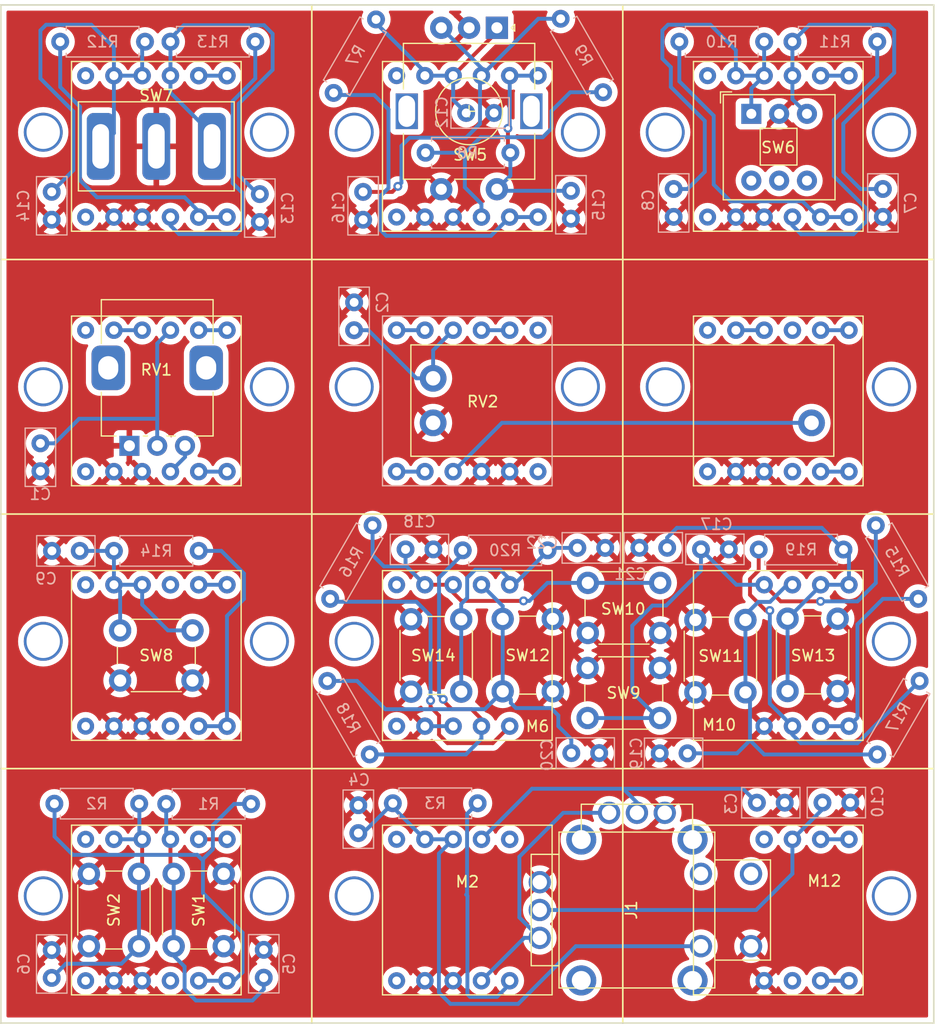
<source format=kicad_pcb>
(kicad_pcb (version 20211014) (generator pcbnew)
  (layers (0 "F.Cu" signal) (31 "B.Cu" signal) (34 "B.Paste" user) (35 "F.Paste" user) (36 "B.SilkS" user "B.Silkscreen") (37 "F.SilkS" user "F.Silkscreen") (38 "B.Mask" user) (39 "F.Mask" user) (44 "Edge.Cuts" user))
  (net 0 "")
  (net 1 "unconnected-(M1-Pad3)")
  (net 2 "unconnected-(M1-Pad4)")
  (net 4 "unconnected-(M5-Pad3)")
  (net 5 "unconnected-(M5-Pad4)")
  (net 6 "GND")
  (net 7 "unconnected-(M8-Pad6)")
  (net 9 "unconnected-(M9-Pad3)")
  (net 10 "unconnected-(M9-Pad4)")
  (net 12 "unconnected-(M9-Pad6)")
  (net 15 "unconnected-(M11-Pad6)")
  (net 16 "Net-(M3-Pad3)")
  (net 17 "Net-(C1-Pad1)")
  (net 18 "Net-(C2-Pad2)")
  (net 19 "unconnected-(M1-Pad6)")
  (net 22 "Net-(M1-Pad2)")
  (net 23 "unconnected-(M3-Pad6)")
  (net 28 "unconnected-(M5-Pad6)")
  (net 33 "unconnected-(M7-Pad6)")
  (net 42 "Net-(C5-Pad2)")
  (net 43 "Net-(M4-Pad2)")
  (net 44 "Net-(M4-Pad3)")
  (net 45 "Net-(C6-Pad2)")
  (net 46 "Net-(C7-Pad2)")
  (net 47 "Net-(M8-Pad2)")
  (net 48 "Net-(M8-Pad3)")
  (net 49 "Net-(C8-Pad2)")
  (net 50 "Net-(C9-Pad2)")
  (net 51 "Net-(M5-Pad2)")
  (net 52 "Net-(M7-Pad2)")
  (net 53 "Net-(M7-Pad3)")
  (net 54 "Net-(C12-Pad2)")
  (net 55 "Net-(M11-Pad3)")
  (net 56 "Net-(C13-Pad2)")
  (net 57 "Net-(C14-Pad2)")
  (net 58 "Net-(C15-Pad2)")
  (net 59 "Net-(C16-Pad2)")
  (net 60 "Net-(C17-Pad2)")
  (net 61 "Net-(C18-Pad2)")
  (net 62 "Net-(C19-Pad1)")
  (net 63 "Net-(C20-Pad1)")
  (net 64 "Net-(C21-Pad1)")
  (net 65 "Net-(C22-Pad1)")
  (net 66 "Net-(M6-Pad2)")
  (net 67 "Net-(M6-Pad3)")
  (net 68 "Net-(M10-Pad2)")
  (net 69 "Net-(M10-Pad3)")
  (net 73 "unconnected-(M12-Pad3)")
  (net 75 "unconnected-(M12-Pad6)")
  (net 78 "Net-(J1-Pad2)")
  (net 79 "Net-(M12-Pad5)")
  (net 80 "Net-(J1-Pad3)")
  (net 81 "Net-(R3-Pad1)")
  (net 82 "Net-(J1-PadA1)")
  (footprint "Button_Switch_THT:SW_PUSH_6mm" (layer "F.Cu") (at 148.14 109.74 180)
    (fp_text reference "SW10")
    (fp_text value "6mm ")
  )
  (footprint "Button_Switch_THT:SW_PUSH_6mm" (layer "F.Cu") (at 141.62 112.88)
    (fp_text reference "SW9")
    (fp_text value "6mm ")
  )
  (footprint "Rotary_Encoder:RotaryEncoder_Alps_EC11E-Switch_Vertical_H20mm" (layer "F.Cu") (at 133.47 55.39 -90)
    (fp_text reference "SW5")
    (fp_text value "ALPS EC11")
  )
  (footprint "Button_Switch_THT:SW_PUSH_6mm" (layer "F.Cu") (at 96.81 137.87 90)
    (fp_text reference "SW2")
    (fp_text value "6mm ")
  )
  (footprint "HIDControls:RightPartModulePlug" (layer "F.Cu") (at 158.75 110.49)
    (fp_text reference "M10")
    (fp_text value "ModulePlug")
  )
  (footprint "Button_Switch_THT:SW_PUSH_6mm" (layer "F.Cu") (at 108.93 131.37 -90)
    (fp_text reference "SW1")
    (fp_text value "6mm")
  )
  (footprint "Button_Switch_THT:SW_PUSH_6mm" (layer "F.Cu") (at 151.3 115.07 90)
    (fp_text reference "SW11")
    (fp_text value "6mm ")
  )
  (footprint "HIDControls:ModulePlug" (layer "F.Cu") (at 102.87 64.77)
    (fp_text reference "M7" hide)
    (fp_text value "ModulePlug")
  )
  (footprint "HIDControls:ModulePlug" (layer "F.Cu") (at 130.81 64.77)
    (fp_text reference "M4" hide)
    (fp_text value "ModulePlug")
  )
  (footprint "HIDControls:ModulePlug" (layer "F.Cu") (at 158.75 64.77)
    (fp_text reference "M8" hide)
    (fp_text value "ModulePlug")
  )
  (footprint "HIDControls:LeftPartModulePlug" (layer "F.Cu") (at 130.81 110.49)
    (fp_text reference "M6")
    (fp_text value "ModulePlug")
  )
  (footprint "HIDControls:RightPartModulePlug" (layer "F.Cu") (at 158.75 133.35)
    (fp_text reference "M12")
    (fp_text value "ModulePlug")
  )
  (footprint "Button_Switch_THT:SW_PUSH_6mm" (layer "F.Cu") (at 106.12 114.01 180)
    (fp_text reference "SW8")
    (fp_text value "6mm ")
  )
  (footprint "HIDControls:ModulePlug" (layer "F.Cu") (at 102.87 110.49)
    (fp_text reference "M11" hide)
    (fp_text value "ModulePlug")
  )
  (footprint "Button_Switch_THT:SW_Push_2P2T_Toggle_CK_PVA2xxH1xxxxxxV2" (layer "F.Cu") (at 156.3275 63.1175)
    (fp_text reference "SW6")
    (fp_text value "8x8 SWITCH")
  )
  (footprint "HIDControls:ModulePlug" (layer "F.Cu") (at 102.87 133.35)
    (fp_text reference "M3" hide)
    (fp_text value "ModulePlug")
  )
  (footprint "HIDControls:LeftPartModulePlug" (layer "F.Cu") (at 130.81 133.35)
    (fp_text reference "M2")
    (fp_text value "ModulePlug")
  )
  (footprint "HIDControls:ModulePlug" (layer "F.Cu") (at 158.75 87.63)
    (fp_text reference "M9" hide)
    (fp_text value "ModulePlug")
  )
  (footprint "HIDControls:ModulePlug" (layer "F.Cu") (at 102.87 87.63)
    (fp_text reference "M1" hide)
    (fp_text value "ModulePlug")
  )
  (footprint "HIDControls:AnalogJoystick" (layer "F.Cu") (at 146.05 134.62 90)
    (fp_text reference "J1")
    (fp_text value "AnalogJoystick")
  )
  (footprint "HIDPanel:Linear-Pot-2031N" (layer "F.Cu") (at 127.74 90.87)
    (fp_text reference "RV2")
    (fp_text value "2031N ")
  )
  (footprint "HIDPanel:5mmSPDTtoggle" (layer "F.Cu") (at 102.87 66.04)
    (fp_text reference "SW7")
    (fp_text value "5mm TOGGLE, SS12D10")
  )
  (footprint "Button_Switch_THT:SW_PUSH_6mm" (layer "F.Cu") (at 164.084 108.458 -90)
    (fp_text reference "SW13")
    (fp_text value "6mm ")
  )
  (footprint "Button_Switch_THT:SW_PUSH_6mm" (layer "F.Cu") (at 125.766 115.01 90)
    (fp_text reference "SW14")
    (fp_text value "6mm ")
  )
  (footprint "Button_Switch_THT:SW_PUSH_6mm" (layer "F.Cu") (at 138.49 108.48 -90)
    (fp_text reference "SW12")
    (fp_text value "6mm ")
  )
  (footprint "Potentiometer_THT:Potentiometer_Alps_RK09K_Single_Vertical" (layer "F.Cu") (at 100.45 92.93 90)
    (fp_text reference "RV1")
    (fp_text value "ALPS RK09K")
  )
  (footprint "Capacitor_THT:C_Disc_D5.0mm_W2.5mm_P2.50mm" (layer "B.Cu") (at 121.45 72.63 90)
    (fp_text reference "C16")
    (fp_text value "100 nF")
  )
  (footprint "Resistor_THT:R_Axial_DIN0207_L6.3mm_D2.5mm_P7.62mm_Horizontal" (layer "B.Cu") (at 157.48 56.642 180)
    (fp_text reference "R10")
    (fp_text value "10k")
  )
  (footprint "Resistor_THT:R_Axial_DIN0207_L6.3mm_D2.5mm_P7.62mm_Horizontal" (layer "B.Cu") (at 103.759 125.095)
    (fp_text reference "R1")
    (fp_text value "10k")
  )
  (footprint "Capacitor_THT:C_Disc_D5.0mm_W2.5mm_P2.50mm" (layer "B.Cu") (at 127.762 102.235 180)
    (fp_text reference "C18")
    (fp_text value "100 nF")
  )
  (footprint "Resistor_THT:R_Axial_DIN0207_L6.3mm_D2.5mm_P7.62mm_Horizontal" (layer "B.Cu") (at 167.64 120.65 60)
    (fp_text reference "R17")
    (fp_text value "10k")
  )
  (footprint "Capacitor_THT:C_Disc_D5.0mm_W2.5mm_P2.50mm" (layer "B.Cu") (at 156.83 124.98)
    (fp_text reference "C3")
    (fp_text value "100 nF")
  )
  (footprint "Resistor_THT:R_Axial_DIN0207_L6.3mm_D2.5mm_P7.62mm_Horizontal" (layer "B.Cu") (at 101.854 56.642 180)
    (fp_text reference "R12")
    (fp_text value "10k")
  )
  (footprint "Resistor_THT:R_Axial_DIN0207_L6.3mm_D2.5mm_P7.62mm_Horizontal" (layer "B.Cu") (at 171.323 106.677557 120)
    (fp_text reference "R15")
    (fp_text value "10k")
  )
  (footprint "Capacitor_THT:C_Disc_D5.0mm_W2.5mm_P2.50mm" (layer "B.Cu") (at 140.12 72.53 90)
    (fp_text reference "C15")
    (fp_text value "100 nF")
  )
  (footprint "Capacitor_THT:C_Disc_D5.0mm_W2.5mm_P2.50mm" (layer "B.Cu") (at 93.492 102.368)
    (fp_text reference "C9")
    (fp_text value "100 nF")
  )
  (footprint "Capacitor_THT:C_Disc_D5.0mm_W2.5mm_P2.50mm" (layer "B.Cu") (at 133.21 63.04 180)
    (fp_text reference "C12")
    (fp_text value "100 nF")
  )
  (footprint "Resistor_THT:R_Axial_DIN0207_L6.3mm_D2.5mm_P7.62mm_Horizontal" (layer "B.Cu") (at 131.74 125.03 180)
    (fp_text reference "R3")
    (fp_text value "10k")
  )
  (footprint "Resistor_THT:R_Axial_DIN0207_L6.3mm_D2.5mm_P7.62mm_Horizontal" (layer "B.Cu") (at 118.237 114.048444 -60)
    (fp_text reference "R18")
    (fp_text value "10k")
  )
  (footprint "Resistor_THT:R_Axial_DIN0207_L6.3mm_D2.5mm_P7.62mm_Horizontal" (layer "B.Cu") (at 101.33 125.07 180)
    (fp_text reference "R2")
    (fp_text value "10k")
  )
  (footprint "Capacitor_THT:C_Disc_D5.0mm_W2.5mm_P2.50mm" (layer "B.Cu") (at 121.02 125.21 -90)
    (fp_text reference "C4")
    (fp_text value "100 nF")
  )
  (footprint "Resistor_THT:R_Axial_DIN0207_L6.3mm_D2.5mm_P7.62mm_Horizontal" (layer "B.Cu") (at 139.2 54.58 -60)
    (fp_text reference "R9")
    (fp_text value "10k")
  )
  (footprint "Resistor_THT:R_Axial_DIN0207_L6.3mm_D2.5mm_P7.62mm_Horizontal" (layer "B.Cu") (at 118.491 106.677557 60)
    (fp_text reference "R16")
    (fp_text value "10k")
  )
  (footprint "Resistor_THT:R_Axial_DIN0207_L6.3mm_D2.5mm_P7.62mm_Horizontal" (layer "B.Cu") (at 134.68 66.61 180)
    (fp_text reference "R8")
    (fp_text value "10k")
  )
  (footprint "Capacitor_THT:C_Disc_D5.0mm_W2.5mm_P2.50mm" (layer "B.Cu") (at 140.1572 120.523)
    (fp_text reference "C20")
    (fp_text value "100 nF")
  )
  (footprint "Capacitor_THT:C_Disc_D5.0mm_W2.5mm_P2.50mm" (layer "B.Cu") (at 92.456 92.71 -90)
    (fp_text reference "C1")
    (fp_text value "100 nF")
  )
  (footprint "Capacitor_THT:C_Disc_D5.0mm_W2.5mm_P2.50mm" (layer "B.Cu") (at 140.7 102.1)
    (fp_text reference "C22")
    (fp_text value "100 nF")
  )
  (footprint "Capacitor_THT:C_Disc_D5.0mm_W2.5mm_P2.50mm" (layer "B.Cu") (at 112.17 72.83 90)
    (fp_text reference "C13")
    (fp_text value "100 nF")
  )
  (footprint "Capacitor_THT:C_Disc_D5.0mm_W2.5mm_P2.50mm" (layer "B.Cu") (at 112.522 138.196 -90)
    (fp_text reference "C5")
    (fp_text value "100 nF")
  )
  (footprint "Resistor_THT:R_Axial_DIN0207_L6.3mm_D2.5mm_P7.62mm_Horizontal" (layer "B.Cu") (at 104.14 56.642)
    (fp_text reference "R13")
    (fp_text value "10k")
  )
  (footprint "Capacitor_THT:C_Disc_D5.0mm_W2.5mm_P2.50mm" (layer "B.Cu") (at 168.148 72.37 90)
    (fp_text reference "C7")
    (fp_text value "100 nF")
  )
  (footprint "Capacitor_THT:C_Disc_D5.0mm_W2.5mm_P2.50mm" (layer "B.Cu") (at 154.305 102.23 180)
    (fp_text reference "C17")
    (fp_text value "100 nF")
  )
  (footprint "Capacitor_THT:C_Disc_D5.0mm_W2.5mm_P2.50mm" (layer "B.Cu") (at 148.77 102.09 180)
    (fp_text reference "C21")
    (fp_text value "100 nF")
  )
  (footprint "Resistor_THT:R_Axial_DIN0207_L6.3mm_D2.5mm_P7.62mm_Horizontal" (layer "B.Cu") (at 122.61 54.64 -120)
    (fp_text reference "R7")
    (fp_text value "10k")
  )
  (footprint "Capacitor_THT:C_Disc_D5.0mm_W2.5mm_P2.50mm" (layer "B.Cu") (at 150.5966 120.5484 180)
    (fp_text reference "C19")
    (fp_text value "100 nF")
  )
  (footprint "Capacitor_THT:C_Disc_D5.0mm_W2.5mm_P2.50mm" (layer "B.Cu") (at 165.22 124.97 180)
    (fp_text reference "C10")
    (fp_text value "100 nF")
  )
  (footprint "Resistor_THT:R_Axial_DIN0207_L6.3mm_D2.5mm_P7.62mm_Horizontal" (layer "B.Cu") (at 138.02 102.32 180)
    (fp_text reference "R20")
    (fp_text value "10k")
  )
  (footprint "Capacitor_THT:C_Disc_D5.0mm_W2.5mm_P2.50mm" (layer "B.Cu") (at 149.352 72.37 90)
    (fp_text reference "C8")
    (fp_text value "100 nF")
  )
  (footprint "Capacitor_THT:C_Disc_D5.0mm_W2.5mm_P2.50mm" (layer "B.Cu") (at 93.472 72.624 90)
    (fp_text reference "C14")
    (fp_text value "100 nF")
  )
  (footprint "Capacitor_THT:C_Disc_D5.0mm_W2.5mm_P2.50mm" (layer "B.Cu") (at 93.472 138.216 -90)
    (fp_text reference "C6")
    (fp_text value "100 nF")
  )
  (footprint "Capacitor_THT:C_Disc_D5.0mm_W2.5mm_P2.50mm" (layer "B.Cu") (at 120.64 80.05 -90)
    (fp_text reference "C2")
    (fp_text value "100 nF")
  )
  (footprint "Resistor_THT:R_Axial_DIN0207_L6.3mm_D2.5mm_P7.62mm_Horizontal" (layer "B.Cu") (at 164.61 102.25 180)
    (fp_text reference "R19")
    (fp_text value "10k")
  )
  (footprint "Resistor_THT:R_Axial_DIN0207_L6.3mm_D2.5mm_P7.62mm_Horizontal" (layer "B.Cu") (at 160.02 56.642)
    (fp_text reference "R11")
    (fp_text value "10k")
  )
  (footprint "Resistor_THT:R_Axial_DIN0207_L6.3mm_D2.5mm_P7.62mm_Horizontal" (layer "B.Cu") (at 99.06 102.368)
    (fp_text reference "R14")
    (fp_text value "10k")
  )
  (footprint "HIDControls:ModulePlug" (layer "B.Cu") (at 130.81 87.63 180)
    (fp_text reference "M5" hide)
    (fp_text value "ModulePlug")
  )
  (gr_line (start 172.72 121.92) (end 88.9 121.92) (layer "F.SilkS") (width 0.15))
  (gr_line (start 172.72 76.2) (end 88.9 76.2) (layer "F.SilkS") (width 0.15))
  (gr_line (start 172.72 144.78) (end 88.9 144.78) (layer "F.SilkS") (width 0.15))
  (gr_line (start 88.9 144.78) (end 88.9 53.34) (layer "F.SilkS") (width 0.15))
  (gr_line (start 116.84 144.78) (end 116.84 53.34) (layer "F.SilkS") (width 0.15))
  (gr_line (start 172.72 99.06) (end 88.9 99.06) (layer "F.SilkS") (width 0.15))
  (gr_line (start 172.72 53.34) (end 88.9 53.34) (layer "F.SilkS") (width 0.15))
  (gr_line (start 144.78 144.78) (end 144.78 53.34) (layer "F.SilkS") (width 0.15))
  (gr_line (start 172.72 144.78) (end 172.72 53.34) (layer "F.SilkS") (width 0.15))
  (gr_line (start 172.72 144.78) (end 88.9 144.78) (layer "Edge.Cuts") (width 0.1))
  (gr_line (start 88.9 53.34) (end 172.72 53.34) (layer "Edge.Cuts") (width 0.1))
  (gr_line (start 88.9 144.78) (end 88.9 53.34) (layer "Edge.Cuts") (width 0.1))
  (gr_line (start 172.72 53.34) (end 172.72 144.78) (layer "Edge.Cuts") (width 0.1))
  (segment (start 109.22 95.25) (end 106.68 95.25) (width 0.35) (layer "B.Cu") (net 1))
  (segment (start 101.6 82.55) (end 99.06 82.55) (width 0.35) (layer "B.Cu") (net 2))
  (segment (start 127 95.25) (end 124.46 95.25) (width 0.35) (layer "B.Cu") (net 4))
  (segment (start 134.62 82.55) (end 132.08 82.55) (width 0.35) (layer "B.Cu") (net 5))
  (segment (start 129.54 118.11) (end 127 118.11) (width 0.35) (layer "B.Cu") (net 6))
  (segment (start 165.1 59.69) (end 162.56 59.69) (width 0.35) (layer "B.Cu") (net 7))
  (segment (start 165.1 95.25) (end 162.56 95.25) (width 0.35) (layer "B.Cu") (net 9))
  (segment (start 157.48 82.55) (end 154.94 82.55) (width 0.35) (layer "B.Cu") (net 10))
  (segment (start 165.1 82.55) (end 162.56 82.55) (width 0.35) (layer "B.Cu") (net 12))
  (segment (start 109.22 105.41) (end 106.68 105.41) (width 0.35) (layer "B.Cu") (net 15))
  (segment (start 107.061 130.048) (end 107.95 129.159) (width 0.35) (layer "B.Cu") (net 16))
  (segment (start 109.22 140.97) (end 106.68 140.97) (width 0.35) (layer "B.Cu") (net 16))
  (segment (start 107.061 130.175) (end 106.553 129.667) (width 0.35) (layer "B.Cu") (net 16))
  (segment (start 107.95 127) (end 109.855 125.095) (width 0.35) (layer "B.Cu") (net 16))
  (segment (start 107.061 133.096) (end 107.061 130.175) (width 0.35) (layer "B.Cu") (net 16))
  (segment (start 93.726 128.016) (end 93.726 125.095) (width 0.35) (layer "B.Cu") (net 16))
  (segment (start 95.377 129.667) (end 93.726 128.016) (width 0.35) (layer "B.Cu") (net 16))
  (segment (start 109.855 125.095) (end 111.379 125.095) (width 0.35) (layer "B.Cu") (net 16))
  (segment (start 109.22 140.97) (end 109.855 140.97) (width 0.35) (layer "B.Cu") (net 16))
  (segment (start 110.617 140.208) (end 110.617 136.652) (width 0.35) (layer "B.Cu") (net 16))
  (segment (start 106.553 129.667) (end 95.377 129.667) (width 0.35) (layer "B.Cu") (net 16))
  (segment (start 110.617 136.652) (end 107.061 133.096) (width 0.35) (layer "B.Cu") (net 16))
  (segment (start 109.855 140.97) (end 110.617 140.208) (width 0.35) (layer "B.Cu") (net 16))
  (segment (start 107.95 129.159) (end 107.95 127) (width 0.35) (layer "B.Cu") (net 16))
  (segment (start 107.061 130.175) (end 107.061 130.048) (width 0.35) (layer "B.Cu") (net 16))
  (segment (start 95.932 90.504) (end 102.95 90.504) (width 0.35) (layer "B.Cu") (net 17))
  (segment (start 93.726 92.71) (end 95.932 90.504) (width 0.35) (layer "B.Cu") (net 17))
  (segment (start 102.95 92.93) (end 102.95 90.504) (width 0.35) (layer "B.Cu") (net 17))
  (segment (start 102.95 90.504) (end 102.95 83.74) (width 0.35) (layer "B.Cu") (net 17))
  (segment (start 92.456 92.71) (end 93.726 92.71) (width 0.35) (layer "B.Cu") (net 17))
  (segment (start 102.95 83.74) (end 104.14 82.55) (width 0.35) (layer "B.Cu") (net 17))
  (segment (start 126.24 86.87) (end 127.74 86.87) (width 0.35) (layer "B.Cu") (net 18))
  (segment (start 121.92 82.55) (end 126.24 86.87) (width 0.35) (layer "B.Cu") (net 18))
  (segment (start 120.64 82.55) (end 121.92 82.55) (width 0.35) (layer "B.Cu") (net 18))
  (segment (start 127.74 86.87) (end 127.74 84.35) (width 0.35) (layer "B.Cu") (net 18))
  (segment (start 127.74 84.35) (end 129.54 82.55) (width 0.35) (layer "B.Cu") (net 18))
  (segment (start 109.22 82.55) (end 106.68 82.55) (width 0.35) (layer "B.Cu") (net 19))
  (segment (start 105.45 93.94) (end 104.14 95.25) (width 0.35) (layer "B.Cu") (net 22))
  (segment (start 105.45 92.93) (end 105.45 93.94) (width 0.35) (layer "B.Cu") (net 22))
  (segment (start 109.22 128.27) (end 106.68 128.27) (width 0.35) (layer "F.Cu") (net 23))
  (segment (start 127 82.55) (end 124.46 82.55) (width 0.35) (layer "B.Cu") (net 28))
  (segment (start 109.22 59.69) (end 106.68 59.69) (width 0.35) (layer "B.Cu") (net 33))
  (segment (start 104.14 131.08) (end 104.43 131.37) (width 0.35) (layer "F.Cu") (net 42))
  (segment (start 104.14 128.27) (end 104.14 131.08) (width 0.35) (layer "F.Cu") (net 42))
  (segment (start 104.43 131.37) (end 104.43 137.87) (width 0.35) (layer "B.Cu") (net 42))
  (segment (start 112.522 141.732) (end 112.522 140.696) (width 0.35) (layer "B.Cu") (net 42))
  (segment (start 104.43 138.72) (end 105.41 139.7) (width 0.35) (layer "B.Cu") (net 42))
  (segment (start 111.506 142.748) (end 112.522 141.732) (width 0.35) (layer "B.Cu") (net 42))
  (segment (start 104.43 137.87) (end 104.43 138.72) (width 0.35) (layer "B.Cu") (net 42))
  (segment (start 103.759 125.095) (end 103.759 127.889) (width 0.35) (layer "B.Cu") (net 42))
  (segment (start 105.41 139.7) (end 105.41 141.732) (width 0.35) (layer "B.Cu") (net 42))
  (segment (start 103.759 127.889) (end 104.14 128.27) (width 0.35) (layer "B.Cu") (net 42))
  (segment (start 105.41 141.732) (end 106.426 142.748) (width 0.35) (layer "B.Cu") (net 42))
  (segment (start 106.426 142.748) (end 111.506 142.748) (width 0.35) (layer "B.Cu") (net 42))
  (segment (start 130.59 66.93) (end 130.44 66.78) (width 0.35) (layer "B.Cu") (net 43))
  (segment (start 132.08 72.39) (end 132.08 71.21) (width 0.35) (layer "B.Cu") (net 43))
  (segment (start 138.37 62.87) (end 138.37 64.44) (width 0.35) (layer "B.Cu") (net 43))
  (segment (start 137.59 65.22) (end 132 65.22) (width 0.35) (layer "B.Cu") (net 43))
  (segment (start 140.060886 61.179114) (end 138.37 62.87) (width 0.35) (layer "B.Cu") (net 43))
  (segment (start 130.44 66.78) (end 130.27 66.61) (width 0.35) (layer "B.Cu") (net 43))
  (segment (start 130.59 69.72) (end 130.59 66.93) (width 0.35) (layer "B.Cu") (net 43))
  (segment (start 130.27 66.61) (end 127.06 66.61) (width 0.35) (layer "B.Cu") (net 43))
  (segment (start 132 65.22) (end 130.44 66.78) (width 0.35) (layer "B.Cu") (net 43))
  (segment (start 132.08 71.21) (end 130.59 69.72) (width 0.35) (layer "B.Cu") (net 43))
  (segment (start 138.37 64.44) (end 137.59 65.22) (width 0.35) (layer "B.Cu") (net 43))
  (segment (start 143.01 61.179114) (end 140.060886 61.179114) (width 0.35) (layer "B.Cu") (net 43))
  (segment (start 123.73 69.78) (end 123 70.51) (width 0.35) (layer "B.Cu") (net 44))
  (segment (start 123 70.51) (end 123 73.54) (width 0.35) (layer "B.Cu") (net 44))
  (segment (start 118.8 61.239114) (end 118.99 61.429114) (width 0.35) (layer "B.Cu") (net 44))
  (segment (start 132.94 74.07) (end 134.62 72.39) (width 0.35) (layer "B.Cu") (net 44))
  (segment (start 122.439114 61.429114) (end 123.73 62.72) (width 0.35) (layer "B.Cu") (net 44))
  (segment (start 123 73.54) (end 123.53 74.07) (width 0.35) (layer "B.Cu") (net 44))
  (segment (start 123.53 74.07) (end 132.94 74.07) (width 0.35) (layer "B.Cu") (net 44))
  (segment (start 137.16 72.39) (end 134.62 72.39) (width 0.35) (layer "B.Cu") (net 44))
  (segment (start 118.99 61.429114) (end 122.439114 61.429114) (width 0.35) (layer "B.Cu") (net 44))
  (segment (start 123.73 62.72) (end 123.73 69.78) (width 0.35) (layer "B.Cu") (net 44))
  (segment (start 101.6 128.27) (end 101.6 131.08) (width 0.35) (layer "F.Cu") (net 45))
  (segment (start 101.6 131.08) (end 101.31 131.37) (width 0.35) (layer "F.Cu") (net 45))
  (segment (start 101.6 128.27) (end 99.06 128.27) (width 0.35) (layer "B.Cu") (net 45))
  (segment (start 101.31 131.37) (end 101.31 137.87) (width 0.35) (layer "B.Cu") (net 45))
  (segment (start 94.742 139.446) (end 93.472 140.716) (width 0.35) (layer "B.Cu") (net 45))
  (segment (start 101.346 128.016) (end 101.6 128.27) (width 0.35) (layer "B.Cu") (net 45))
  (segment (start 101.31 137.87) (end 99.734 139.446) (width 0.35) (layer "B.Cu") (net 45))
  (segment (start 99.734 139.446) (end 94.742 139.446) (width 0.35) (layer "B.Cu") (net 45))
  (segment (start 101.346 125.095) (end 101.346 128.016) (width 0.35) (layer "B.Cu") (net 45))
  (segment (start 168.656 55.118) (end 161.544 55.118) (width 0.35) (layer "B.Cu") (net 46))
  (segment (start 168.148 69.87) (end 166.136 69.87) (width 0.35) (layer "B.Cu") (net 46))
  (segment (start 161.544 55.118) (end 160.02 56.642) (width 0.35) (layer "B.Cu") (net 46))
  (segment (start 166.136 69.87) (end 164.592 68.326) (width 0.35) (layer "B.Cu") (net 46))
  (segment (start 169.164 59.436) (end 169.164 55.626) (width 0.35) (layer "B.Cu") (net 46))
  (segment (start 169.164 55.626) (end 168.656 55.118) (width 0.35) (layer "B.Cu") (net 46))
  (segment (start 160.02 59.69) (end 160.02 56.642) (width 0.35) (layer "B.Cu") (net 46))
  (segment (start 160.02 61.81) (end 161.3275 63.1175) (width 0.35) (layer "B.Cu") (net 46))
  (segment (start 164.592 64.008) (end 169.164 59.436) (width 0.35) (layer "B.Cu") (net 46))
  (segment (start 164.592 68.326) (end 164.592 64.008) (width 0.35) (layer "B.Cu") (net 46))
  (segment (start 160.02 59.69) (end 160.02 61.81) (width 0.35) (layer "B.Cu") (net 46))
  (segment (start 166.7 72.73) (end 166.7 71.67) (width 0.35) (layer "B.Cu") (net 47))
  (segment (start 160.8 73.93) (end 165.5 73.93) (width 0.35) (layer "B.Cu") (net 47))
  (segment (start 160.02 72.39) (end 160.02 73.15) (width 0.35) (layer "B.Cu") (net 47))
  (segment (start 165.5 73.93) (end 166.7 72.73) (width 0.35) (layer "B.Cu") (net 47))
  (segment (start 166.7 71.67) (end 163.74 68.71) (width 0.35) (layer "B.Cu") (net 47))
  (segment (start 160.02 73.15) (end 160.8 73.93) (width 0.35) (layer "B.Cu") (net 47))
  (segment (start 163.74 68.71) (end 163.74 63.66) (width 0.35) (layer "B.Cu") (net 47))
  (segment (start 163.74 63.66) (end 167.64 59.76) (width 0.35) (layer "B.Cu") (net 47))
  (segment (start 167.64 59.76) (end 167.64 56.642) (width 0.35) (layer "B.Cu") (net 47))
  (segment (start 160.93 70.97) (end 162.35 72.39) (width 0.35) (layer "B.Cu") (net 48))
  (segment (start 149.86 60.198) (end 149.86 56.642) (width 0.35) (layer "B.Cu") (net 48))
  (segment (start 165.1 72.39) (end 162.56 72.39) (width 0.35) (layer "B.Cu") (net 48))
  (segment (start 162.35 72.39) (end 162.56 72.39) (width 0.35) (layer "B.Cu") (net 48))
  (segment (start 152.95 69.47) (end 152.95 63.288) (width 0.35) (layer "B.Cu") (net 48))
  (segment (start 154.45 70.97) (end 160.93 70.97) (width 0.35) (layer "B.Cu") (net 48))
  (segment (start 152.95 63.288) (end 149.86 60.198) (width 0.35) (layer "B.Cu") (net 48))
  (segment (start 152.95 69.47) (end 154.45 70.97) (width 0.35) (layer "B.Cu") (net 48))
  (segment (start 156.3275 60.8425) (end 157.48 59.69) (width 0.35) (layer "B.Cu") (net 49))
  (segment (start 157.48 59.69) (end 154.94 59.69) (width 0.35) (layer "B.Cu") (net 49))
  (segment (start 149.098 60.706) (end 149.098 58.928) (width 0.35) (layer "B.Cu") (net 49))
  (segment (start 148.336 55.626) (end 148.844 55.118) (width 0.35) (layer "B.Cu") (net 49))
  (segment (start 154.94 57.404) (end 154.94 59.69) (width 0.35) (layer "B.Cu") (net 49))
  (segment (start 148.844 55.118) (end 152.654 55.118) (width 0.35) (layer "B.Cu") (net 49))
  (segment (start 148.336 58.166) (end 148.336 55.626) (width 0.35) (layer "B.Cu") (net 49))
  (segment (start 152.654 55.118) (end 154.94 57.404) (width 0.35) (layer "B.Cu") (net 49))
  (segment (start 149.352 69.87) (end 150.602 69.87) (width 0.35) (layer "B.Cu") (net 49))
  (segment (start 152.146 63.754) (end 149.098 60.706) (width 0.35) (layer "B.Cu") (net 49))
  (segment (start 152.146 68.326) (end 152.146 63.754) (width 0.35) (layer "B.Cu") (net 49))
  (segment (start 156.3275 63.1175) (end 156.3275 60.8425) (width 0.35) (layer "B.Cu") (net 49))
  (segment (start 149.098 58.928) (end 148.336 58.166) (width 0.35) (layer "B.Cu") (net 49))
  (segment (start 150.602 69.87) (end 152.146 68.326) (width 0.35) (layer "B.Cu") (net 49))
  (segment (start 157.48 59.69) (end 157.48 56.642) (width 0.35) (layer "B.Cu") (net 49))
  (segment (start 99.06 102.368) (end 99.06 105.41) (width 0.35) (layer "B.Cu") (net 50))
  (segment (start 101.6 105.41) (end 99.06 105.41) (width 0.35) (layer "B.Cu") (net 50))
  (segment (start 103.916 109.51) (end 106.12 109.51) (width 0.35) (layer "B.Cu") (net 50))
  (segment (start 101.6 105.41) (end 101.6 107.194) (width 0.35) (layer "B.Cu") (net 50))
  (segment (start 101.6 107.194) (end 103.916 109.51) (width 0.35) (layer "B.Cu") (net 50))
  (segment (start 99.06 102.368) (end 95.992 102.368) (width 0.35) (layer "B.Cu") (net 50))
  (segment (start 99.62 109.51) (end 99.62 105.97) (width 0.35) (layer "B.Cu") (net 50))
  (segment (start 99.62 105.97) (end 99.06 105.41) (width 0.35) (layer "B.Cu") (net 50))
  (segment (start 161.74 90.87) (end 133.92 90.87) (width 0.35) (layer "B.Cu") (net 51))
  (segment (start 133.92 90.87) (end 129.54 95.25) (width 0.35) (layer "B.Cu") (net 51))
  (segment (start 109.728 69.342) (end 110.66 70.274) (width 0.35) (layer "B.Cu") (net 52))
  (segment (start 111.76 56.642) (end 111.76 59.944) (width 0.35) (layer "B.Cu") (net 52))
  (segment (start 104.14 73.152) (end 104.14 72.39) (width 0.35) (layer "B.Cu") (net 52))
  (segment (start 110.66 70.274) (end 110.66 73.3) (width 0.35) (layer "B.Cu") (net 52))
  (segment (start 110.66 73.3) (end 110.046 73.914) (width 0.35) (layer "B.Cu") (net 52))
  (segment (start 110.046 73.914) (end 104.902 73.914) (width 0.35) (layer "B.Cu") (net 52))
  (segment (start 109.728 61.976) (end 109.728 69.342) (width 0.35) (layer "B.Cu") (net 52))
  (segment (start 104.902 73.914) (end 104.14 73.152) (width 0.35) (layer "B.Cu") (net 52))
  (segment (start 111.76 59.944) (end 109.728 61.976) (width 0.35) (layer "B.Cu") (net 52))
  (segment (start 94.234 60.706) (end 96.012 62.484) (width 0.35) (layer "B.Cu") (net 53))
  (segment (start 97.536 70.612) (end 105.41 70.612) (width 0.35) (layer "B.Cu") (net 53))
  (segment (start 105.41 70.612) (end 106.68 71.882) (width 0.35) (layer "B.Cu") (net 53))
  (segment (start 96.012 69.088) (end 97.536 70.612) (width 0.35) (layer "B.Cu") (net 53))
  (segment (start 96.012 62.484) (end 96.012 69.088) (width 0.35) (layer "B.Cu") (net 53))
  (segment (start 94.234 56.642) (end 94.234 60.706) (width 0.35) (layer "B.Cu") (net 53))
  (segment (start 106.68 71.882) (end 106.68 72.39) (width 0.35) (layer "B.Cu") (net 53))
  (segment (start 109.22 72.39) (end 106.68 72.39) (width 0.35) (layer "B.Cu") (net 53))
  (segment (start 133.47 55.76) (end 129.54 59.69) (width 0.35) (layer "F.Cu") (net 54))
  (segment (start 133.47 55.39) (end 133.47 55.76) (width 0.35) (layer "F.Cu") (net 54))
  (segment (start 129.54 61.87) (end 130.71 63.04) (width 0.35) (layer "B.Cu") (net 54))
  (segment (start 129.54 59.69) (end 129.54 61.87) (width 0.35) (layer "B.Cu") (net 54))
  (segment (start 122.61 54.64) (end 122.61 54.97) (width 0.35) (layer "B.Cu") (net 54))
  (segment (start 129.54 59.69) (end 127 59.69) (width 0.35) (layer "B.Cu") (net 54))
  (segment (start 122.61 54.97) (end 127 59.36) (width 0.35) (layer "B.Cu") (net 54))
  (segment (start 127 59.36) (end 127 59.69) (width 0.35) (layer "B.Cu") (net 54))
  (segment (start 110.744 106.686) (end 110.744 104.4) (width 0.35) (layer "B.Cu") (net 55))
  (segment (start 110.744 104.4) (end 108.712 102.368) (width 0.35) (layer "B.Cu") (net 55))
  (segment (start 109.22 118.11) (end 109.22 108.21) (width 0.35) (layer "B.Cu") (net 55))
  (segment (start 109.22 118.11) (end 106.68 118.11) (width 0.35) (layer "B.Cu") (net 55))
  (segment (start 109.22 108.21) (end 110.744 106.686) (width 0.35) (layer "B.Cu") (net 55))
  (segment (start 108.712 102.368) (end 106.68 102.368) (width 0.35) (layer "B.Cu") (net 55))
  (segment (start 112.55 55.16) (end 105.33 55.16) (width 0.35) (layer "B.Cu") (net 56))
  (segment (start 113.32 55.93) (end 112.55 55.16) (width 0.35) (layer "B.Cu") (net 56))
  (segment (start 111.99 70.33) (end 110.278 68.618) (width 0.35) (layer "B.Cu") (net 56))
  (segment (start 113.32 59.161818) (end 113.32 55.93) (width 0.35) (layer "B.Cu") (net 56))
  (segment (start 110.278 62.203818) (end 113.32 59.161818) (width 0.35) (layer "B.Cu") (net 56))
  (segment (start 105.33 55.16) (end 104.14 56.35) (width 0.35) (layer "B.Cu") (net 56))
  (segment (start 110.278 68.618) (end 110.278 62.203818) (width 0.35) (layer "B.Cu") (net 56))
  (segment (start 107.87 64.944) (end 107.87 66.04) (width 0.35) (layer "B.Cu") (net 56))
  (segment (start 104.14 56.642) (end 104.14 59.69) (width 0.35) (layer "B.Cu") (net 56))
  (segment (start 104.14 61.214) (end 107.87 64.944) (width 0.35) (layer "B.Cu") (net 56))
  (segment (start 104.14 56.35) (end 104.14 56.642) (width 0.35) (layer "B.Cu") (net 56))
  (segment (start 112.17 70.33) (end 111.99 70.33) (width 0.35) (layer "B.Cu") (net 56))
  (segment (start 104.14 59.69) (end 104.14 61.214) (width 0.35) (layer "B.Cu") (net 56))
  (segment (start 99.06 57.15) (end 99.06 59.69) (width 0.35) (layer "B.Cu") (net 57))
  (segment (start 101.6 59.69) (end 99.06 59.69) (width 0.35) (layer "B.Cu") (net 57))
  (segment (start 92.456 55.626) (end 92.964 55.118) (width 0.35) (layer "B.Cu") (net 57))
  (segment (start 99.06 59.69) (end 99.06 64.85) (width 0.35) (layer "B.Cu") (net 57))
  (segment (start 99.06 64.85) (end 97.87 66.04) (width 0.35) (layer "B.Cu") (net 57))
  (segment (start 95.41 68.186) (end 95.41 62.898) (width 0.35) (layer "B.Cu") (net 57))
  (segment (start 101.6 56.896) (end 101.854 56.642) (width 0.35) (layer "B.Cu") (net 57))
  (segment (start 93.472 70.124) (end 95.41 68.186) (width 0.35) (layer "B.Cu") (net 57))
  (segment (start 101.6 59.69) (end 101.6 56.896) (width 0.35) (layer "B.Cu") (net 57))
  (segment (start 92.964 55.118) (end 97.028 55.118) (width 0.35) (layer "B.Cu") (net 57))
  (segment (start 92.456 59.944) (end 92.456 55.626) (width 0.35) (layer "B.Cu") (net 57))
  (segment (start 95.41 62.898) (end 92.456 59.944) (width 0.35) (layer "B.Cu") (net 57))
  (segment (start 97.028 55.118) (end 99.06 57.15) (width 0.35) (layer "B.Cu") (net 57))
  (segment (start 134.46 64.42) (end 134.46 66.39) (width 0.35) (layer "F.Cu") (net 58))
  (segment (start 134.46 66.39) (end 134.68 66.61) (width 0.35) (layer "F.Cu") (net 58))
  (via (at 134.46 64.42) (size 0.8) (drill 0.4) (layers "F.Cu" "B.Cu") (net 58))
  (segment (start 134.68 68.68) (end 133.47 69.89) (width 0.35) (layer "B.Cu") (net 58))
  (segment (start 134.68 66.61) (end 134.68 68.68) (width 0.35) (layer "B.Cu") (net 58))
  (segment (start 134.62 64.26) (end 134.46 64.42) (width 0.35) (layer "B.Cu") (net 58))
  (segment (start 133.61 70.03) (end 133.47 69.89) (width 0.35) (layer "B.Cu") (net 58))
  (segment (start 140.12 70.03) (end 133.61 70.03) (width 0.35) (layer "B.Cu") (net 58))
  (segment (start 137.16 59.69) (end 134.62 59.69) (width 0.35) (layer "B.Cu") (net 58))
  (segment (start 134.62 59.69) (end 134.62 64.26) (width 0.35) (layer "B.Cu") (net 58))
  (segment (start 124.07 70.13) (end 124.57 69.63) (width 0.35) (layer "F.Cu") (net 59))
  (segment (start 121.45 70.13) (end 124.07 70.13) (width 0.35) (layer "F.Cu") (net 59))
  (via (at 124.57 69.63) (size 0.8) (drill 0.4) (layers "F.Cu" "B.Cu") (net 59))
  (segment (start 131.95 59.82) (end 132.08 59.69) (width 0.35) (layer "B.Cu") (net 59))
  (segment (start 125.63 65.26) (end 130.7 65.26) (width 0.35) (layer "B.Cu") (net 59))
  (segment (start 130.7 65.26) (end 131.95 64.01) (width 0.35) (layer "B.Cu") (net 59))
  (segment (start 139.2 54.58) (end 137.19 54.58) (width 0.35) (layer "B.Cu") (net 59))
  (segment (start 132.08 59) (end 132.08 59.69) (width 0.35) (layer "B.Cu") (net 59))
  (segment (start 128.47 55.39) (end 132.08 59) (width 0.35) (layer "B.Cu") (net 59))
  (segment (start 124.57 69.63) (end 124.89 69.31) (width 0.35) (layer "B.Cu") (net 59))
  (segment (start 137.19 54.58) (end 132.08 59.69) (width 0.35) (layer "B.Cu") (net 59))
  (segment (start 124.89 69.31) (end 124.89 66) (width 0.35) (layer "B.Cu") (net 59))
  (segment (start 124.89 66) (end 125.63 65.26) (width 0.35) (layer "B.Cu") (net 59))
  (segment (start 131.95 64.01) (end 131.95 59.82) (width 0.35) (layer "B.Cu") (net 59))
  (segment (start 158.97 106.9) (end 157.48 105.41) (width 0.35) (layer "F.Cu") (net 60))
  (segment (start 162.55 106.9) (end 158.97 106.9) (width 0.35) (layer "F.Cu") (net 60))
  (via (at 162.55 106.9) (size 0.8) (drill 0.4) (layers "F.Cu" "B.Cu") (net 60))
  (segment (start 145.63 109.09) (end 147.44 107.28) (width 0.35) (layer "B.Cu") (net 60))
  (segment (start 148.67 107.28) (end 151.805 104.145) (width 0.35) (layer "B.Cu") (net 60))
  (segment (start 148.12 117.38) (end 141.62 117.38) (width 0.35) (layer "B.Cu") (net 60))
  (segment (start 157.48 105.41) (end 154.985 105.41) (width 0.35) (layer "B.Cu") (net 60))
  (segment (start 165.97 106.79) (end 165.86 106.9) (width 0.35) (layer "B.Cu") (net 60))
  (segment (start 147.955 117.38) (end 145.63 115.055) (width 0.35) (layer "B.Cu") (net 60))
  (segment (start 167.513 105.247) (end 165.97 106.79) (width 0.35) (layer "B.Cu") (net 60))
  (segment (start 148.12 117.38) (end 147.955 117.38) (width 0.35) (layer "B.Cu") (net 60))
  (segment (start 167.513 100.078443) (end 167.513 105.247) (width 0.35) (layer "B.Cu") (net 60))
  (segment (start 147.44 107.28) (end 148.67 107.28) (width 0.35) (layer "B.Cu") (net 60))
  (segment (start 145.63 115.055) (end 145.63 109.09) (width 0.35) (layer "B.Cu") (net 60))
  (segment (start 154.985 105.41) (end 151.805 102.23) (width 0.35) (layer "B.Cu") (net 60))
  (segment (start 165.86 106.9) (end 162.55 106.9) (width 0.35) (layer "B.Cu") (net 60))
  (segment (start 151.805 104.145) (end 151.805 102.23) (width 0.35) (layer "B.Cu") (net 60))
  (segment (start 135.86 106.86) (end 130.28 106.86) (width 0.35) (layer "F.Cu") (net 61))
  (segment (start 130.28 106.86) (end 129.54 106.12) (width 0.35) (layer "F.Cu") (net 61))
  (segment (start 129.54 105.41) (end 127 105.41) (width 0.35) (layer "F.Cu") (net 61))
  (segment (start 129.54 106.12) (end 129.54 105.41) (width 0.35) (layer "F.Cu") (net 61))
  (via (at 135.86 106.86) (size 0.8) (drill 0.4) (layers "F.Cu" "B.Cu") (net 61))
  (segment (start 125.262 103.672) (end 125.349 103.759) (width 0.35) (layer "B.Cu") (net 61))
  (segment (start 135.86 106.86) (end 136.39 106.86) (width 0.35) (layer "B.Cu") (net 61))
  (segment (start 125.349 103.759) (end 123.317 103.759) (width 0.35) (layer "B.Cu") (net 61))
  (segment (start 123.317 103.759) (end 122.301 102.743) (width 0.35) (layer "B.Cu") (net 61))
  (segment (start 127 105.41) (end 125.349 103.759) (width 0.35) (layer "B.Cu") (net 61))
  (segment (start 136.39 106.86) (end 138.01 105.24) (width 0.35) (layer "B.Cu") (net 61))
  (segment (start 125.262 102.235) (end 125.262 103.672) (width 0.35) (layer "B.Cu") (net 61))
  (segment (start 122.301 102.743) (end 122.301 100.078443) (width 0.35) (layer "B.Cu") (net 61))
  (segment (start 138.01 105.24) (end 141.64 105.24) (width 0.35) (layer "B.Cu") (net 61))
  (segment (start 148.14 105.24) (end 141.64 105.24) (width 0.35) (layer "B.Cu") (net 61))
  (segment (start 167.64 120.65) (end 157.48 120.65) (width 0.35) (layer "B.Cu") (net 62))
  (segment (start 160.02 105.41) (end 159.544 105.41) (width 0.35) (layer "B.Cu") (net 62))
  (segment (start 157.48 120.65) (end 156.21 119.38) (width 0.35) (layer "B.Cu") (net 62))
  (segment (start 156.956 106.95) (end 155.8 108.106) (width 0.35) (layer "B.Cu") (net 62))
  (segment (start 156.21 119.38) (end 156.21 115.48) (width 0.35) (layer "B.Cu") (net 62))
  (segment (start 156.21 115.48) (end 155.8 115.07) (width 0.35) (layer "B.Cu") (net 62))
  (segment (start 155.0416 120.5484) (end 156.21 119.38) (width 0.35) (layer "B.Cu") (net 62))
  (segment (start 150.5966 120.5484) (end 155.0416 120.5484) (width 0.35) (layer "B.Cu") (net 62))
  (segment (start 155.8 108.57) (end 155.8 115.07) (width 0.35) (layer "B.Cu") (net 62))
  (segment (start 158.004 106.95) (end 156.956 106.95) (width 0.35) (layer "B.Cu") (net 62))
  (segment (start 155.8 108.106) (end 155.8 108.57) (width 0.35) (layer "B.Cu") (net 62))
  (segment (start 159.544 105.41) (end 158.004 106.95) (width 0.35) (layer "B.Cu") (net 62))
  (segment (start 132.08 105.41) (end 133.99 107.32) (width 0.35) (layer "B.Cu") (net 63))
  (segment (start 134.7216 115.7116) (end 133.99 114.98) (width 0.35) (layer "B.Cu") (net 63))
  (segment (start 118.237 114.048444) (end 120.906444 114.048444) (width 0.35) (layer "B.Cu") (net 63))
  (segment (start 138.9888 118.11) (end 138.9888 117.1448) (width 0.35) (layer "B.Cu") (net 63))
  (segment (start 140.1572 120.523) (end 140.1572 119.2784) (width 0.35) (layer "B.Cu") (net 63))
  (segment (start 138.9888 117.1448) (end 138.3284 116.4844) (width 0.35) (layer "B.Cu") (net 63))
  (segment (start 120.906444 114.048444) (end 123.444 116.586) (width 0.35) (layer "B.Cu") (net 63))
  (segment (start 123.444 116.586) (end 132.384 116.586) (width 0.35) (layer "B.Cu") (net 63))
  (segment (start 135.1788 116.4844) (end 134.7216 116.0272) (width 0.35) (layer "B.Cu") (net 63))
  (segment (start 140.1572 119.2784) (end 138.9888 118.11) (width 0.35) (layer "B.Cu") (net 63))
  (segment (start 138.3284 116.4844) (end 135.1788 116.4844) (width 0.35) (layer "B.Cu") (net 63))
  (segment (start 134.7216 116.0272) (end 134.7216 115.7116) (width 0.35) (layer "B.Cu") (net 63))
  (segment (start 133.99 114.98) (end 133.99 108.48) (width 0.35) (layer "B.Cu") (net 63))
  (segment (start 133.99 107.32) (end 133.99 108.48) (width 0.35) (layer "B.Cu") (net 63))
  (segment (start 132.384 116.586) (end 133.99 114.98) (width 0.35) (layer "B.Cu") (net 63))
  (segment (start 165.1 105.41) (end 162.56 105.41) (width 0.35) (layer "B.Cu") (net 64))
  (segment (start 148.77 101.17) (end 149.64 100.3) (width 0.35) (layer "B.Cu") (net 64))
  (segment (start 159.584 108.458) (end 159.584 114.958) (width 0.35) (layer "B.Cu") (net 64))
  (segment (start 148.77 102.09) (end 148.77 101.17) (width 0.35) (layer "B.Cu") (net 64))
  (segment (start 165.1 105.41) (end 165.1 102.74) (width 0.35) (layer "B.Cu") (net 64))
  (segment (start 162.66 100.3) (end 164.61 102.25) (width 0.35) (layer "B.Cu") (net 64))
  (segment (start 149.64 100.3) (end 162.66 100.3) (width 0.35) (layer "B.Cu") (net 64))
  (segment (start 165.1 102.74) (end 164.61 102.25) (width 0.35) (layer "B.Cu") (net 64))
  (segment (start 162.56 105.482) (end 162.56 105.41) (width 0.35) (layer "B.Cu") (net 64))
  (segment (start 159.584 108.458) (end 162.56 105.482) (width 0.35) (layer "B.Cu") (net 64))
  (segment (start 140.7 102.1) (end 138.24 102.1) (width 0.35) (layer "B.Cu") (net 65))
  (segment (start 130.8 106.6) (end 130.8 104.78) (width 0.35) (layer "B.Cu") (net 65))
  (segment (start 138.24 102.1) (end 138.02 102.32) (width 0.35) (layer "B.Cu") (net 65))
  (segment (start 133.77 104.06) (end 134.62 104.91) (width 0.35) (layer "B.Cu") (net 65))
  (segment (start 130.266 107.134) (end 130.8 106.6) (width 0.35) (layer "B.Cu") (net 65))
  (segment (start 131.52 104.06) (end 133.77 104.06) (width 0.35) (layer "B.Cu") (net 65))
  (segment (start 135.001 105.41) (end 134.62 105.41) (width 0.35) (layer "B.Cu") (net 65))
  (segment (start 138.02 102.391) (end 135.001 105.41) (width 0.35) (layer "B.Cu") (net 65))
  (segment (start 130.8 104.78) (end 131.52 104.06) (width 0.35) (layer "B.Cu") (net 65))
  (segment (start 134.62 104.91) (end 134.62 105.41) (width 0.35) (layer "B.Cu") (net 65))
  (segment (start 130.266 108.51) (end 130.266 115.01) (width 0.35) (layer "B.Cu") (net 65))
  (segment (start 138.02 102.32) (end 138.02 102.391) (width 0.35) (layer "B.Cu") (net 65))
  (segment (start 130.266 108.51) (end 130.266 107.134) (width 0.35) (layer "B.Cu") (net 65))
  (segment (start 132.08 117.475) (end 132.08 118.11) (width 0.35) (layer "F.Cu") (net 66))
  (segment (start 128.651 115.697) (end 128.651 115.824) (width 0.35) (layer "F.Cu") (net 66))
  (segment (start 128.651 115.824) (end 129.413 116.586) (width 0.35) (layer "F.Cu") (net 66))
  (segment (start 131.191 116.586) (end 132.08 117.475) (width 0.35) (layer "F.Cu") (net 66))
  (segment (start 129.413 116.586) (end 131.191 116.586) (width 0.35) (layer "F.Cu") (net 66))
  (via (at 128.651 115.697) (size 0.8) (drill 0.4) (layers "F.Cu" "B.Cu") (net 66))
  (segment (start 130.4 102.645) (end 128.27 104.775) (width 0.35) (layer "B.Cu") (net 66))
  (segment (start 128.27 104.775) (end 128.27 115.316) (width 0.35) (layer "B.Cu") (net 66))
  (segment (start 130.4 102.32) (end 130.4 102.645) (width 0.35) (layer "B.Cu") (net 66))
  (segment (start 128.27 115.316) (end 128.651 115.697) (width 0.35) (layer "B.Cu") (net 66))
  (segment (start 122.047 120.647558) (end 130.685442 120.647558) (width 0.35) (layer "B.Cu") (net 66))
  (segment (start 132.08 119.253) (end 132.08 118.11) (width 0.35) (layer "B.Cu") (net 66))
  (segment (start 130.685442 120.647558) (end 132.08 119.253) (width 0.35) (layer "B.Cu") (net 66))
  (segment (start 128.27 118.872) (end 129.032 119.634) (width 0.35) (layer "F.Cu") (net 67))
  (segment (start 127.508 115.8115) (end 127.508 116.38925) (width 0.35) (layer "F.Cu") (net 67))
  (segment (start 133.096 119.634) (end 134.62 118.11) (width 0.35) (layer "F.Cu") (net 67))
  (segment (start 128.27 117.15125) (end 128.27 118.872) (width 0.35) (layer "F.Cu") (net 67))
  (segment (start 129.032 119.634) (end 133.096 119.634) (width 0.35) (layer "F.Cu") (net 67))
  (segment (start 127.508 116.38925) (end 128.27 117.15125) (width 0.35) (layer "F.Cu") (net 67))
  (via (at 127.508 115.8115) (size 0.8) (drill 0.4) (layers "F.Cu" "B.Cu") (net 67))
  (segment (start 127.508 108.204) (end 126.238 106.934) (width 0.35) (layer "B.Cu") (net 67))
  (segment (start 118.747443 106.934) (end 118.491 106.677557) (width 0.35) (layer "B.Cu") (net 67))
  (segment (start 127.508 115.8115) (end 127.508 108.204) (width 0.35) (layer "B.Cu") (net 67))
  (segment (start 126.238 106.934) (end 118.747443 106.934) (width 0.35) (layer "B.Cu") (net 67))
  (segment (start 156.21 104.902) (end 156.99 104.122) (width 0.35) (layer "F.Cu") (net 68))
  (segment (start 157.987393 107.7245) (end 157.620947 107.7245) (width 0.35) (layer "F.Cu") (net 68))
  (segment (start 156.99 104.122) (end 156.99 102.25) (width 0.35) (layer "F.Cu") (net 68))
  (segment (start 157.620947 107.7245) (end 156.21 106.313553) (width 0.35) (layer "F.Cu") (net 68))
  (segment (start 156.21 106.313553) (end 156.21 104.902) (width 0.35) (layer "F.Cu") (net 68))
  (via (at 157.987393 107.7245) (size 0.8) (drill 0.4) (layers "F.Cu" "B.Cu") (net 68))
  (segment (start 165.866886 119.634) (end 160.782 119.634) (width 0.35) (layer "B.Cu") (net 68))
  (segment (start 160.782 119.634) (end 160.02 118.872) (width 0.35) (layer "B.Cu") (net 68))
  (segment (start 157.988 116.078) (end 157.988 107.725107) (width 0.35) (layer "B.Cu") (net 68))
  (segment (start 160.02 118.11) (end 157.988 116.078) (width 0.35) (layer "B.Cu") (net 68))
  (segment (start 171.45 114.050886) (end 165.866886 119.634) (width 0.35) (layer "B.Cu") (net 68))
  (segment (start 157.988 107.725107) (end 157.987393 107.7245) (width 0.35) (layer "B.Cu") (net 68))
  (segment (start 160.02 118.872) (end 160.02 118.11) (width 0.35) (layer "B.Cu") (net 68))
  (segment (start 165.862 117.348) (end 165.1 118.11) (width 0.35) (layer "B.Cu") (net 69))
  (segment (start 171.323 106.677557) (end 168.150443 106.677557) (width 0.35) (layer "B.Cu") (net 69))
  (segment (start 168.150443 106.677557) (end 165.862 108.966) (width 0.35) (layer "B.Cu") (net 69))
  (segment (start 165.862 108.966) (end 165.862 117.348) (width 0.35) (layer "B.Cu") (net 69))
  (segment (start 165.1 118.11) (end 162.56 118.11) (width 0.35) (layer "B.Cu") (net 69))
  (segment (start 165.1 140.97) (end 162.56 140.97) (width 0.35) (layer "B.Cu") (net 73))
  (segment (start 165.1 128.27) (end 162.56 128.27) (width 0.35) (layer "B.Cu") (net 75))
  (segment (start 144.82 123.73) (end 155.58 123.73) (width 0.35) (layer "B.Cu") (net 78))
  (segment (start 132.08 128.27) (end 136.62 123.73) (width 0.35) (layer "B.Cu") (net 78))
  (segment (start 155.58 123.73) (end 156.83 124.98) (width 0.35) (layer "B.Cu") (net 78))
  (segment (start 136.62 123.73) (end 144.82 123.73) (width 0.35) (layer "B.Cu") (net 78))
  (segment (start 146.05 124.96) (end 146.05 125.89) (width 0.35) (layer "B.Cu") (net 78))
  (segment (start 144.82 123.73) (end 146.05 124.96) (width 0.35) (layer "B.Cu") (net 78))
  (segment (start 160.02 131.36) (end 160.02 128.27) (width 0.35) (layer "B.Cu") (net 79))
  (segment (start 160.02 128.27) (end 162.72 125.57) (width 0.35) (layer "B.Cu") (net 79))
  (segment (start 162.72 125.57) (end 162.72 124.97) (width 0.35) (layer "B.Cu") (net 79))
  (segment (start 137.32 134.62) (end 156.76 134.62) (width 0.35) (layer "B.Cu") (net 79))
  (segment (start 156.76 134.62) (end 160.02 131.36) (width 0.35) (layer "B.Cu") (net 79))
  (segment (start 135.49 135.29) (end 137.32 137.12) (width 0.35) (layer "B.Cu") (net 80))
  (segment (start 143.55 125.89) (end 139.43 125.89) (width 0.35) (layer "B.Cu") (net 80))
  (segment (start 137.32 137.12) (end 135.93 137.12) (width 0.35) (layer "B.Cu") (net 80))
  (segment (start 135.49 129.83) (end 135.49 135.29) (width 0.35) (layer "B.Cu") (net 80))
  (segment (start 135.93 137.12) (end 132.08 140.97) (width 0.35) (layer "B.Cu") (net 80))
  (segment (start 139.43 125.89) (end 135.49 129.83) (width 0.35) (layer "B.Cu") (net 80))
  (segment (start 131.74 125.03) (end 130.79 125.98) (width 0.35) (layer "B.Cu") (net 81))
  (segment (start 133.47 142.42) (end 134.62 141.27) (width 0.35) (layer "B.Cu") (net 81))
  (segment (start 134.62 141.27) (end 134.62 140.97) (width 0.35) (layer "B.Cu") (net 81))
  (segment (start 130.82 142.18) (end 131.06 142.42) (width 0.35) (layer "B.Cu") (net 81))
  (segment (start 131.06 142.42) (end 133.47 142.42) (width 0.35) (layer "B.Cu") (net 81))
  (segment (start 130.71 133.24) (end 130.82 133.35) (width 0.35) (layer "B.Cu") (net 81))
  (segment (start 130.82 133.35) (end 130.82 142.18) (width 0.35) (layer "B.Cu") (net 81))
  (segment (start 130.79 125.98) (end 130.79 133.16) (width 0.35) (layer "B.Cu") (net 81))
  (segment (start 130.79 133.16) (end 130.71 133.24) (width 0.35) (layer "B.Cu") (net 81))
  (segment (start 129.54 128.27) (end 127 128.27) (width 0.35) (layer "B.Cu") (net 82))
  (segment (start 151.8 137.87) (end 140.56 137.87) (width 0.35) (layer "B.Cu") (net 82))
  (segment (start 127 128.27) (end 124.12 125.39) (width 0.35) (layer "B.Cu") (net 82))
  (segment (start 128.26 142.02) (end 128.26 129.55) (width 0.35) (layer "B.Cu") (net 82))
  (segment (start 128.26 129.55) (end 129.54 128.27) (width 0.35) (layer "B.Cu") (net 82))
  (segment (start 124.12 125.39) (end 124.12 125.03) (width 0.35) (layer "B.Cu") (net 82))
  (segment (start 140.56 137.87) (end 135.38 143.05) (width 0.35) (layer "B.Cu") (net 82))
  (segment (start 124.12 125.03) (end 121.44 127.71) (width 0.35) (layer "B.Cu") (net 82))
  (segment (start 129.29 143.05) (end 128.26 142.02) (width 0.35) (layer "B.Cu") (net 82))
  (segment (start 135.38 143.05) (end 129.29 143.05) (width 0.35) (layer "B.Cu") (net 82))
  (segment (start 121.44 127.71) (end 121.02 127.71) (width 0.35) (layer "B.Cu") (net 82))
  (zone (net 6) (net_name "GND") (layer "F.Cu") (connect_pads (clearance 0.508)) (min_thickness 0.254) (fill yes (thermal_gap 0.508) (thermal_bridge_width 0.508))
    (polygon (pts (xy 172.72 144.78) (xy 88.9 144.78) (xy 88.9 53.34) (xy 172.72 53.34)))
  )
)
</source>
